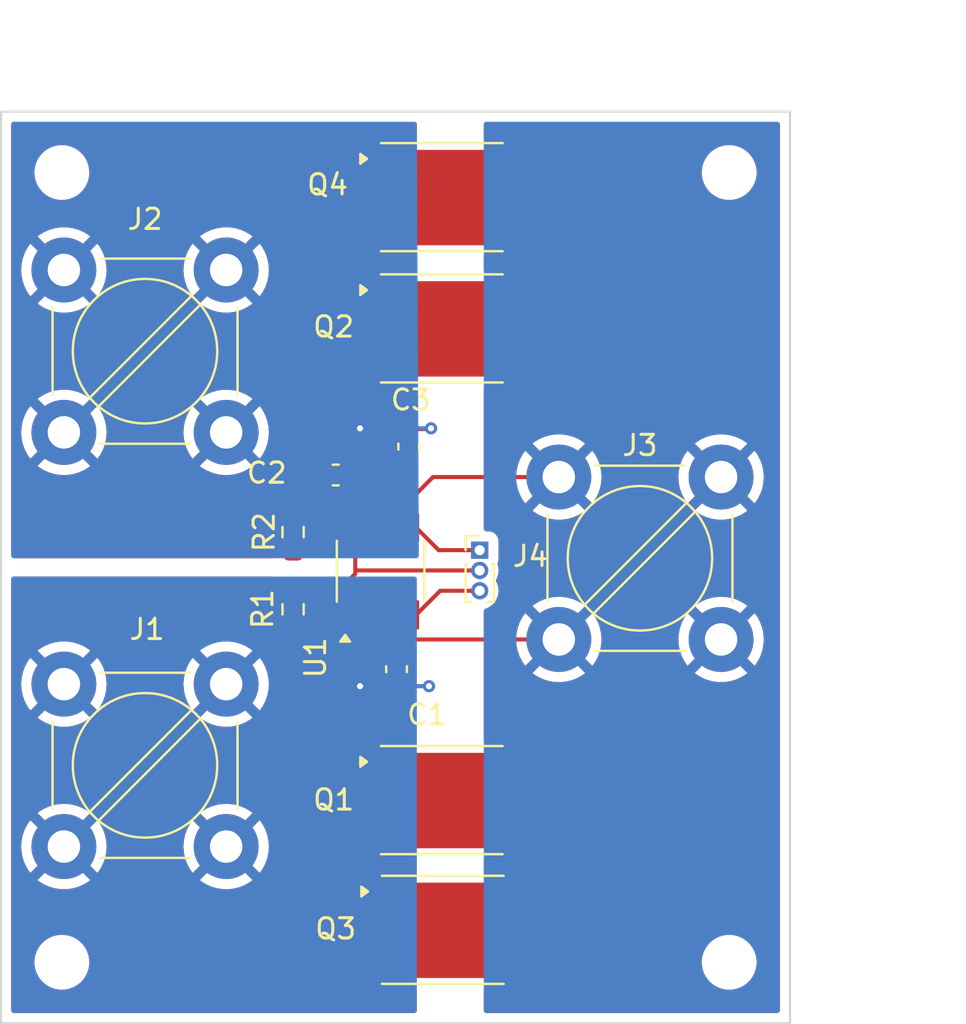
<source format=kicad_pcb>
(kicad_pcb (version 20240108) (generator "pcbnew") (generator_version "8.0")
  (layers (0 "F.Cu" signal) (31 "B.Cu" signal) (34 "B.Paste" user) (35 "F.Paste" user) (36 "B.SilkS" user "B.Silkscreen") (37 "F.SilkS" user "F.Silkscreen") (38 "B.Mask" user) (39 "F.Mask" user) (44 "Edge.Cuts" user))
  (net 0 "")
  (net 1 "Net-(Q1-G)")
  (net 2 "+12B")
  (net 3 "+12A")
  (net 4 "Net-(Q2-G)")
  (net 5 "Net-(U1-VCC)")
  (net 6 "Net-(U1-CPO2)")
  (net 7 "Net-(U1-CPO1)")
  (net 8 "Net-(U1-~{EN2})")
  (net 9 "GND")
  (net 11 "Net-(U1-~{EN1})")
  (net 13 "Net-(J4-Pin_1)")
  (net 14 "+12V")
  (net 15 "Net-(J4-Pin_3)")
  (footprint "TerminalBlock_MetzConnect:TerminalBlock_MetzConnect_360425_1x01_Horizontal_ScrewM4.0_Boxed" (layer "F.Cu") (at 117.1 89)
    (property "Reference" "J1" (at 4.1 -2.7 0) (layer "F.SilkS"))
    (property "Value" "PWR A")
    (fp_line (start -0.56 1.855) (end -0.56 6.145) (stroke (width 0.12)) (layer "F.SilkS"))
    (fp_line (start 1.796 -0.56) (end 6.204 -0.56) (stroke (width 0.12)) (layer "F.SilkS"))
    (fp_line (start 1.796 8.56) (end 6.204 8.56) (stroke (width 0.12)) (layer "F.SilkS"))
    (fp_line (start 6.266 1.3) (end 1.299 6.266) (stroke (width 0.12)) (layer "F.SilkS"))
    (fp_line (start 6.7 1.734) (end 1.734 6.7) (stroke (width 0.12)) (layer "F.SilkS"))
    (fp_line (start 8.56 1.855) (end 8.56 6.145) (stroke (width 0.12)) (layer "F.SilkS"))
    (fp_circle (center 4 4) (end 7.56 4) (stroke (width 0.12)) (fill none) (layer "F.SilkS"))
    (pad "1" thru_hole circle (at 0 0) (size 3.2 3.2) (drill 1.6) (layers "*.Cu" "*.Mask") (net 3 "+12A"))
    (pad "1" thru_hole circle (at 0 8) (size 3.2 3.2) (drill 1.6) (layers "*.Cu" "*.Mask") (net 3 "+12A"))
    (pad "1" thru_hole circle (at 8 0) (size 3.2 3.2) (drill 1.6) (layers "*.Cu" "*.Mask") (net 3 "+12A"))
    (pad "1" thru_hole circle (at 8 8) (size 3.2 3.2) (drill 1.6) (layers "*.Cu" "*.Mask") (net 3 "+12A"))
  )
  (footprint "Package_SON:Infineon_PG-TDSON-8_6.15x5.15mm" (layer "F.Cu") (at 135.725 65.035)
    (property "Reference" "Q4" (at -5.625 -0.635 0) (layer "F.SilkS"))
    (property "Value" "BSC030N02LS_G" (hide yes))
    (fp_line (start 3.005 -2.685) (end -2.995 -2.685) (stroke (width 0.12)) (layer "F.SilkS"))
    (fp_line (start 3.005 2.64) (end -2.995 2.64) (stroke (width 0.12)) (layer "F.SilkS"))
    (fp_poly (pts (xy -3.681827 -1.91) (xy -4.011827 -1.67) (xy -4.011827 -2.15) (xy -3.681827 -1.91)) (stroke (width 0.12)) (fill solid) (layer "F.SilkS"))
    (pad "1" smd roundrect (at -2.825 -1.905) (size 1.2 0.65) (layers "F.Cu" "F.Paste" "F.Mask") (net 2 "+12B"))
    (pad "2" smd roundrect (at -2.825 -0.635) (size 1.2 0.65) (layers "F.Cu" "F.Paste" "F.Mask") (net 2 "+12B"))
    (pad "3" smd roundrect (at -2.825 0.635) (size 1.2 0.65) (layers "F.Cu" "F.Paste" "F.Mask") (net 2 "+12B"))
    (pad "4" smd roundrect (at -2.825 1.905) (size 1.2 0.65) (layers "F.Cu" "F.Paste" "F.Mask") (net 4 "Net-(Q2-G)"))
    (pad "5" smd rect (at 0.675 0) (size 4.5 4.7) (layers "F.Cu" "F.Mask") (net 14 "+12V"))
    (pad "5" smd roundrect (at 2.925 -1.995) (size 1 0.7) (layers "F.Cu" "F.Paste" "F.Mask") (net 14 "+12V"))
    (pad "5" smd roundrect (at 2.925 -0.665) (size 1 0.7) (layers "F.Cu" "F.Paste" "F.Mask") (net 14 "+12V"))
    (pad "5" smd roundrect (at 2.925 0.665) (size 1 0.7) (layers "F.Cu" "F.Paste" "F.Mask") (net 14 "+12V"))
    (pad "5" smd roundrect (at 2.925 1.995) (size 1 0.7) (layers "F.Cu" "F.Paste" "F.Mask") (net 14 "+12V"))
  )
  (footprint "MountingHole:MountingHole_2.2mm_M2" (layer "F.Cu") (at 149.9 63.8)
    (property "Reference" "H3" (hide yes))
    (property "Value" "MountingHole" (hide yes))
    (pad "" np_thru_hole circle (at 0 0) (size 2.2 2.2) (drill 2.2) (layers "*.Cu" "*.Mask"))
  )
  (footprint "Package_SON:Infineon_PG-TDSON-8_6.15x5.15mm" (layer "F.Cu") (at 135.775 101.125)
    (property "Reference" "Q3" (at -5.275 -0.075 0) (layer "F.SilkS"))
    (property "Value" "BSC030N03LS_G" (hide yes))
    (fp_line (start 3.005 -2.685) (end -2.995 -2.685) (stroke (width 0.12)) (layer "F.SilkS"))
    (fp_line (start 3.005 2.64) (end -2.995 2.64) (stroke (width 0.12)) (layer "F.SilkS"))
    (fp_poly (pts (xy -3.681827 -1.91) (xy -4.011827 -1.67) (xy -4.011827 -2.15) (xy -3.681827 -1.91)) (stroke (width 0.12)) (fill solid) (layer "F.SilkS"))
    (pad "1" smd roundrect (at -2.825 -1.905) (size 1.2 0.65) (layers "F.Cu" "F.Paste" "F.Mask") (net 3 "+12A"))
    (pad "2" smd roundrect (at -2.825 -0.635) (size 1.2 0.65) (layers "F.Cu" "F.Paste" "F.Mask") (net 3 "+12A"))
    (pad "3" smd roundrect (at -2.825 0.635) (size 1.2 0.65) (layers "F.Cu" "F.Paste" "F.Mask") (net 3 "+12A"))
    (pad "4" smd roundrect (at -2.825 1.905) (size 1.2 0.65) (layers "F.Cu" "F.Paste" "F.Mask") (net 1 "Net-(Q1-G)"))
    (pad "5" smd rect (at 0.675 0) (size 4.5 4.7) (layers "F.Cu" "F.Mask") (net 14 "+12V"))
    (pad "5" smd roundrect (at 2.925 -1.995) (size 1 0.7) (layers "F.Cu" "F.Paste" "F.Mask") (net 14 "+12V"))
    (pad "5" smd roundrect (at 2.925 -0.665) (size 1 0.7) (layers "F.Cu" "F.Paste" "F.Mask") (net 14 "+12V"))
    (pad "5" smd roundrect (at 2.925 0.665) (size 1 0.7) (layers "F.Cu" "F.Paste" "F.Mask") (net 14 "+12V"))
    (pad "5" smd roundrect (at 2.925 1.995) (size 1 0.7) (layers "F.Cu" "F.Paste" "F.Mask") (net 14 "+12V"))
  )
  (footprint "Capacitor_SMD:C_0603_1608Metric_Pad1.08x0.95mm_HandSolder" (layer "F.Cu") (at 130.5 78.7 180)
    (property "Reference" "C2" (at 3.4 0.1 180) (layer "F.SilkS"))
    (property "Value" "0.1uF")
    (fp_line (start -0.146267 0.51) (end 0.146267 0.51) (stroke (width 0.12)) (layer "F.SilkS"))
    (fp_line (start -0.146267 -0.51) (end 0.146267 -0.51) (stroke (width 0.12)) (layer "F.SilkS"))
    (pad "1" smd roundrect (at -0.8625 0 180) (size 1.075 0.95) (layers "F.Cu" "F.Paste" "F.Mask") (net 5 "Net-(U1-VCC)"))
    (pad "2" smd roundrect (at 0.8625 0 180) (size 1.075 0.95) (layers "F.Cu" "F.Paste" "F.Mask") (net 9 "GND"))
  )
  (footprint "Capacitor_SMD:C_0603_1608Metric_Pad1.08x0.95mm_HandSolder" (layer "F.Cu") (at 134.1 77.3 90)
    (property "Reference" "C3" (at 2.3 0.1 0) (layer "F.SilkS"))
    (property "Value" "18nF")
    (fp_line (start -0.146267 -0.51) (end 0.146267 -0.51) (stroke (width 0.12)) (layer "F.SilkS"))
    (fp_line (start -0.146267 0.51) (end 0.146267 0.51) (stroke (width 0.12)) (layer "F.SilkS"))
    (pad "1" smd roundrect (at -0.8625 0 90) (size 1.075 0.95) (layers "F.Cu" "F.Paste" "F.Mask") (net 7 "Net-(U1-CPO1)"))
    (pad "2" smd roundrect (at 0.8625 0 90) (size 1.075 0.95) (layers "F.Cu" "F.Paste" "F.Mask") (net 2 "+12B"))
  )
  (footprint "MountingHole:MountingHole_2.2mm_M2" (layer "F.Cu") (at 117 102.7)
    (property "Reference" "H2" (hide yes))
    (property "Value" "MountingHole" (hide yes))
    (pad "" np_thru_hole circle (at 0 0) (size 2.2 2.2) (drill 2.2) (layers "*.Cu" "*.Mask"))
  )
  (footprint "Package_SON:Infineon_PG-TDSON-8_6.15x5.15mm" (layer "F.Cu") (at 135.725 71.501)
    (property "Reference" "Q2" (at -5.325 -0.101 0) (layer "F.SilkS"))
    (property "Value" "BSC030N03LS_G")
    (fp_line (start 3.005 -2.685) (end -2.995 -2.685) (stroke (width 0.12)) (layer "F.SilkS"))
    (fp_line (start 3.005 2.64) (end -2.995 2.64) (stroke (width 0.12)) (layer "F.SilkS"))
    (fp_poly (pts (xy -3.681827 -1.91) (xy -4.011827 -1.67) (xy -4.011827 -2.15) (xy -3.681827 -1.91)) (stroke (width 0.12)) (fill solid) (layer "F.SilkS"))
    (pad "1" smd roundrect (at -2.825 -1.905) (size 1.2 0.65) (layers "F.Cu" "F.Paste" "F.Mask") (net 2 "+12B"))
    (pad "2" smd roundrect (at -2.825 -0.635) (size 1.2 0.65) (layers "F.Cu" "F.Paste" "F.Mask") (net 2 "+12B"))
    (pad "3" smd roundrect (at -2.825 0.635) (size 1.2 0.65) (layers "F.Cu" "F.Paste" "F.Mask") (net 2 "+12B"))
    (pad "4" smd roundrect (at -2.825 1.905) (size 1.2 0.65) (layers "F.Cu" "F.Paste" "F.Mask") (net 4 "Net-(Q2-G)"))
    (pad "5" smd rect (at 0.675 0) (size 4.5 4.7) (layers "F.Cu" "F.Mask") (net 14 "+12V"))
    (pad "5" smd roundrect (at 2.925 -1.995) (size 1 0.7) (layers "F.Cu" "F.Paste" "F.Mask") (net 14 "+12V"))
    (pad "5" smd roundrect (at 2.925 -0.665) (size 1 0.7) (layers "F.Cu" "F.Paste" "F.Mask") (net 14 "+12V"))
    (pad "5" smd roundrect (at 2.925 0.665) (size 1 0.7) (layers "F.Cu" "F.Paste" "F.Mask") (net 14 "+12V"))
    (pad "5" smd roundrect (at 2.925 1.995) (size 1 0.7) (layers "F.Cu" "F.Paste" "F.Mask") (net 14 "+12V"))
  )
  (footprint "Connector_PinHeader_1.00mm:PinHeader_1x03_P1.00mm_Vertical" (layer "F.Cu") (at 137.6 82.4)
    (property "Reference" "J4" (at 2.5 0.3 0) (layer "F.SilkS"))
    (property "Value" "Conn_01x03_Pin" (hide yes))
    (fp_line (start -0.695 -0.685) (end 0 -0.685) (stroke (width 0.12)) (layer "F.SilkS"))
    (fp_line (start -0.695 0) (end -0.695 -0.685) (stroke (width 0.12)) (layer "F.SilkS"))
    (fp_line (start -0.695 0.685) (end -0.695 2.56) (stroke (width 0.12)) (layer "F.SilkS"))
    (fp_line (start -0.695 0.685) (end -0.608276 0.685) (stroke (width 0.12)) (layer "F.SilkS"))
    (fp_line (start -0.695 2.56) (end -0.394493 2.56) (stroke (width 0.12)) (layer "F.SilkS"))
    (fp_line (start 0.394493 2.56) (end 0.695 2.56) (stroke (width 0.12)) (layer "F.SilkS"))
    (fp_line (start 0.608276 0.685) (end 0.695 0.685) (stroke (width 0.12)) (layer "F.SilkS"))
    (fp_line (start 0.695 0.685) (end 0.695 2.56) (stroke (width 0.12)) (layer "F.SilkS"))
    (pad "1" thru_hole rect (at 0 0) (size 0.85 0.85) (drill 0.5) (layers "*.Cu" "*.Mask") (net 13 "Net-(J4-Pin_1)"))
    (pad "2" thru_hole oval (at 0 1) (size 0.85 0.85) (drill 0.5) (layers "*.Cu" "*.Mask") (net 9 "GND"))
    (pad "3" thru_hole oval (at 0 2) (size 0.85 0.85) (drill 0.5) (layers "*.Cu" "*.Mask") (net 15 "Net-(J4-Pin_3)"))
  )
  (footprint "Capacitor_SMD:C_0603_1608Metric_Pad1.08x0.95mm_HandSolder" (layer "F.Cu") (at 133.5 88.2625 -90)
    (property "Reference" "C1" (at 2.2375 -1.5 180) (layer "F.SilkS"))
    (property "Value" "18nF")
    (fp_line (start -0.146267 0.51) (end 0.146267 0.51) (stroke (width 0.12)) (layer "F.SilkS"))
    (fp_line (start -0.146267 -0.51) (end 0.146267 -0.51) (stroke (width 0.12)) (layer "F.SilkS"))
    (pad "1" smd roundrect (at -0.8625 0 270) (size 1.075 0.95) (layers "F.Cu" "F.Paste" "F.Mask") (net 6 "Net-(U1-CPO2)"))
    (pad "2" smd roundrect (at 0.8625 0 270) (size 1.075 0.95) (layers "F.Cu" "F.Paste" "F.Mask") (net 3 "+12A"))
  )
  (footprint "Resistor_SMD:R_0603_1608Metric_Pad0.98x0.95mm_HandSolder" (layer "F.Cu") (at 128.4 81.5125 90)
    (property "Reference" "R2" (at 0 -1.43 -90) (layer "F.SilkS"))
    (property "Value" "10K")
    (fp_line (start -0.254724 -0.5225) (end 0.254724 -0.5225) (stroke (width 0.12)) (layer "F.SilkS"))
    (fp_line (start -0.254724 0.5225) (end 0.254724 0.5225) (stroke (width 0.12)) (layer "F.SilkS"))
    (pad "1" smd roundrect (at -0.9125 0 90) (size 0.975 0.95) (layers "F.Cu" "F.Paste" "F.Mask") (net 9 "GND"))
    (pad "2" smd roundrect (at 0.9125 0 90) (size 0.975 0.95) (layers "F.Cu" "F.Paste" "F.Mask") (net 11 "Net-(U1-~{EN1})"))
  )
  (footprint "Resistor_SMD:R_0603_1608Metric_Pad0.98x0.95mm_HandSolder" (layer "F.Cu") (at 128.4 85.3125 -90)
    (property "Reference" "R1" (at -0.0125 1.5 90) (layer "F.SilkS"))
    (property "Value" "10K")
    (fp_line (start -0.254724 0.5225) (end 0.254724 0.5225) (stroke (width 0.12)) (layer "F.SilkS"))
    (fp_line (start -0.254724 -0.5225) (end 0.254724 -0.5225) (stroke (width 0.12)) (layer "F.SilkS"))
    (pad "1" smd roundrect (at -0.9125 0 270) (size 0.975 0.95) (layers "F.Cu" "F.Paste" "F.Mask") (net 9 "GND"))
    (pad "2" smd roundrect (at 0.9125 0 270) (size 0.975 0.95) (layers "F.Cu" "F.Paste" "F.Mask") (net 8 "Net-(U1-~{EN2})"))
  )
  (footprint "TerminalBlock_MetzConnect:TerminalBlock_MetzConnect_360425_1x01_Horizontal_ScrewM4.0_Boxed" (layer "F.Cu") (at 141.5 78.8)
    (property "Reference" "J3" (at 4 -1.56 0) (layer "F.SilkS"))
    (property "Value" "PWR OUT")
    (fp_line (start -0.56 1.855) (end -0.56 6.145) (stroke (width 0.12)) (layer "F.SilkS"))
    (fp_line (start 1.796 -0.56) (end 6.204 -0.56) (stroke (width 0.12)) (layer "F.SilkS"))
    (fp_line (start 1.796 8.56) (end 6.204 8.56) (stroke (width 0.12)) (layer "F.SilkS"))
    (fp_line (start 6.266 1.3) (end 1.299 6.266) (stroke (width 0.12)) (layer "F.SilkS"))
    (fp_line (start 6.7 1.734) (end 1.734 6.7) (stroke (width 0.12)) (layer "F.SilkS"))
    (fp_line (start 8.56 1.855) (end 8.56 6.145) (stroke (width 0.12)) (layer "F.SilkS"))
    (fp_circle (center 4 4) (end 7.56 4) (stroke (width 0.12)) (fill none) (layer "F.SilkS"))
    (pad "1" thru_hole circle (at 0 0) (size 3.2 3.2) (drill 1.6) (layers "*.Cu" "*.Mask") (net 14 "+12V"))
    (pad "1" thru_hole circle (at 0 8) (size 3.2 3.2) (drill 1.6) (layers "*.Cu" "*.Mask") (net 14 "+12V"))
    (pad "1" thru_hole circle (at 8 0) (size 3.2 3.2) (drill 1.6) (layers "*.Cu" "*.Mask") (net 14 "+12V"))
    (pad "1" thru_hole circle (at 8 8) (size 3.2 3.2) (drill 1.6) (layers "*.Cu" "*.Mask") (net 14 "+12V"))
  )
  (footprint "TerminalBlock_MetzConnect:TerminalBlock_MetzConnect_360425_1x01_Horizontal_ScrewM4.0_Boxed" (layer "F.Cu") (at 117.1 68.6)
    (property "Reference" "J2" (at 4 -2.5 0) (layer "F.SilkS"))
    (property "Value" "PWR B")
    (fp_line (start -0.56 1.855) (end -0.56 6.145) (stroke (width 0.12)) (layer "F.SilkS"))
    (fp_line (start 1.796 -0.56) (end 6.204 -0.56) (stroke (width 0.12)) (layer "F.SilkS"))
    (fp_line (start 1.796 8.56) (end 6.204 8.56) (stroke (width 0.12)) (layer "F.SilkS"))
    (fp_line (start 6.266 1.3) (end 1.299 6.266) (stroke (width 0.12)) (layer "F.SilkS"))
    (fp_line (start 6.7 1.734) (end 1.734 6.7) (stroke (width 0.12)) (layer "F.SilkS"))
    (fp_line (start 8.56 1.855) (end 8.56 6.145) (stroke (width 0.12)) (layer "F.SilkS"))
    (fp_circle (center 4 4) (end 7.56 4) (stroke (width 0.12)) (fill none) (layer "F.SilkS"))
    (pad "1" thru_hole circle (at 0 0) (size 3.2 3.2) (drill 1.6) (layers "*.Cu" "*.Mask") (net 2 "+12B"))
    (pad "1" thru_hole circle (at 0 8) (size 3.2 3.2) (drill 1.6) (layers "*.Cu" "*.Mask") (net 2 "+12B"))
    (pad "1" thru_hole circle (at 8 0) (size 3.2 3.2) (drill 1.6) (layers "*.Cu" "*.Mask") (net 2 "+12B"))
    (pad "1" thru_hole circle (at 8 8) (size 3.2 3.2) (drill 1.6) (layers "*.Cu" "*.Mask") (net 2 "+12B"))
  )
  (footprint "Package_SO:MSOP-16_3x4mm_P0.5mm" (layer "F.Cu") (at 132.715 83.439 90)
    (property "Reference" "U1" (at -4.261 -3.215 -90) (layer "F.SilkS"))
    (property "Value" "LTC4353IMS")
    (fp_line (start 0 -2.16) (end 1.5 -2.16) (stroke (width 0.12)) (layer "F.SilkS"))
    (fp_line (start 0 -2.16) (end -1.5 -2.16) (stroke (width 0.12)) (layer "F.SilkS"))
    (fp_line (start 0 2.16) (end 1.5 2.16) (stroke (width 0.12)) (layer "F.SilkS"))
    (fp_line (start 0 2.16) (end -1.5 2.16) (stroke (width 0.12)) (layer "F.SilkS"))
    (fp_poly (pts (xy -3.135 -1.75) (xy -3.465 -1.99) (xy -3.465 -1.51) (xy -3.135 -1.75)) (stroke (width 0.12)) (fill solid) (layer "F.SilkS"))
    (pad "1" smd roundrect (at -2.15 -1.75 90) (size 1.45 0.3) (layers "F.Cu" "F.Paste" "F.Mask") (net 8 "Net-(U1-~{EN2})"))
    (pad "2" smd roundrect (at -2.15 -1.25 90) (size 1.45 0.3) (layers "F.Cu" "F.Paste" "F.Mask"))
    (pad "3" smd roundrect (at -2.15 -0.75 90) (size 1.45 0.3) (layers "F.Cu" "F.Paste" "F.Mask"))
    (pad "4" smd roundrect (at -2.15 -0.25 90) (size 1.45 0.3) (layers "F.Cu" "F.Paste" "F.Mask") (net 3 "+12A"))
    (pad "5" smd roundrect (at -2.15 0.25 90) (size 1.45 0.3) (layers "F.Cu" "F.Paste" "F.Mask") (net 1 "Net-(Q1-G)"))
    (pad "6" smd roundrect (at -2.15 0.75 90) (size 1.45 0.3) (layers "F.Cu" "F.Paste" "F.Mask") (net 6 "Net-(U1-CPO2)"))
    (pad "7" smd roundrect (at -2.15 1.25 90) (size 1.45 0.3) (layers "F.Cu" "F.Paste" "F.Mask") (net 14 "+12V"))
    (pad "8" smd roundrect (at -2.15 1.75 90) (size 1.45 0.3) (layers "F.Cu" "F.Paste" "F.Mask") (net 15 "Net-(J4-Pin_3)"))
    (pad "9" smd roundrect (at 2.15 1.75 90) (size 1.45 0.3) (layers "F.Cu" "F.Paste" "F.Mask") (net 13 "Net-(J4-Pin_1)"))
    (pad "10" smd roundrect (at 2.15 1.25 90) (size 1.45 0.3) (layers "F.Cu" "F.Paste" "F.Mask") (net 14 "+12V"))
    (pad "11" smd roundrect (at 2.15 0.75 90) (size 1.45 0.3) (layers "F.Cu" "F.Paste" "F.Mask") (net 7 "Net-(U1-CPO1)"))
    (pad "12" smd roundrect (at 2.15 0.25 90) (size 1.45 0.3) (layers "F.Cu" "F.Paste" "F.Mask") (net 4 "Net-(Q2-G)"))
    (pad "13" smd roundrect (at 2.15 -0.25 90) (size 1.45 0.3) (layers "F.Cu" "F.Paste" "F.Mask") (net 2 "+12B"))
    (pad "14" smd roundrect (at 2.15 -0.75 90) (size 1.45 0.3) (layers "F.Cu" "F.Paste" "F.Mask") (net 5 "Net-(U1-VCC)"))
    (pad "15" smd roundrect (at 2.15 -1.25 90) (size 1.45 0.3) (layers "F.Cu" "F.Paste" "F.Mask") (net 9 "GND"))
    (pad "16" smd roundrect (at 2.15 -1.75 90) (size 1.45 0.3) (layers "F.Cu" "F.Paste" "F.Mask") (net 11 "Net-(U1-~{EN1})"))
  )
  (footprint "MountingHole:MountingHole_2.2mm_M2" (layer "F.Cu") (at 149.9 102.7)
    (property "Reference" "H4" (hide yes))
    (property "Value" "MountingHole" (hide yes))
    (pad "" np_thru_hole circle (at 0 0) (size 2.2 2.2) (drill 2.2) (layers "*.Cu" "*.Mask"))
  )
  (footprint "Package_SON:Infineon_PG-TDSON-8_6.15x5.15mm" (layer "F.Cu") (at 135.725 94.735)
    (property "Reference" "Q1" (at -5.325 -0.035 0) (layer "F.SilkS"))
    (property "Value" "BSC030N03LS_G")
    (fp_line (start 3.005 -2.685) (end -2.995 -2.685) (stroke (width 0.12)) (layer "F.SilkS"))
    (fp_line (start 3.005 2.64) (end -2.995 2.64) (stroke (width 0.12)) (layer "F.SilkS"))
    (fp_poly (pts (xy -3.681827 -1.91) (xy -4.011827 -1.67) (xy -4.011827 -2.15) (xy -3.681827 -1.91)) (stroke (width 0.12)) (fill solid) (layer "F.SilkS"))
    (pad "1" smd roundrect (at -2.825 -1.905) (size 1.2 0.65) (layers "F.Cu" "F.Paste" "F.Mask") (net 3 "+12A"))
    (pad "2" smd roundrect (at -2.825 -0.635) (size 1.2 0.65) (layers "F.Cu" "F.Paste" "F.Mask") (net 3 "+12A"))
    (pad "3" smd roundrect (at -2.825 0.635) (size 1.2 0.65) (layers "F.Cu" "F.Paste" "F.Mask") (net 3 "+12A"))
    (pad "4" smd roundrect (at -2.825 1.905) (size 1.2 0.65) (layers "F.Cu" "F.Paste" "F.Mask") (net 1 "Net-(Q1-G)"))
    (pad "5" smd rect (at 0.675 0) (size 4.5 4.7) (layers "F.Cu" "F.Mask") (net 14 "+12V"))
    (pad "5" smd roundrect (at 2.925 -1.995) (size 1 0.7) (layers "F.Cu" "F.Paste" "F.Mask") (net 14 "+12V"))
    (pad "5" smd roundrect (at 2.925 -0.665) (size 1 0.7) (layers "F.Cu" "F.Paste" "F.Mask") (net 14 "+12V"))
    (pad "5" smd roundrect (at 2.925 0.665) (size 1 0.7) (layers "F.Cu" "F.Paste" "F.Mask") (net 14 "+12V"))
    (pad "5" smd roundrect (at 2.925 1.995) (size 1 0.7) (layers "F.Cu" "F.Paste" "F.Mask") (net 14 "+12V"))
  )
  (footprint "MountingHole:MountingHole_2.2mm_M2" (layer "F.Cu") (at 117 63.8)
    (property "Reference" "H1" (hide yes))
    (property "Value" "MountingHole" (hide yes))
    (pad "" np_thru_hole circle (at 0 0) (size 2.2 2.2) (drill 2.2) (layers "*.Cu" "*.Mask"))
  )
  (gr_rect (start 114 60.8) (end 152.9 105.7) (stroke (width 0.1)) (fill none) (layer "Edge.Cuts"))
  (segment (start 133.8 95.74) (end 132.9 96.64) (width 0.2) (layer "F.Cu") (net 1))
  (segment (start 133.85 97.59) (end 133.85 102.13) (width 0.2) (layer "F.Cu") (net 1))
  (segment (start 133.8 91.2) (end 133.8 95.74) (width 0.2) (layer "F.Cu") (net 1))
  (segment (start 133.85 102.13) (end 132.95 103.03) (width 0.2) (layer "F.Cu") (net 1))
  (segment (start 132.725 86.870778) (end 132.725 90.125) (width 0.2) (layer "F.Cu") (net 1))
  (segment (start 132.9 96.64) (end 133.85 97.59) (width 0.2) (layer "F.Cu") (net 1))
  (segment (start 132.965 86.630778) (end 132.725 86.870778) (width 0.2) (layer "F.Cu") (net 1))
  (segment (start 132.725 90.125) (end 133.8 91.2) (width 0.2) (layer "F.Cu") (net 1))
  (segment (start 132.965 85.589) (end 132.965 86.630778) (width 0.2) (layer "F.Cu") (net 1))
  (segment (start 131.4 69.6) (end 131.4 65.7) (width 0.2) (layer "F.Cu") (net 2))
  (segment (start 131.7 76.4) (end 132.465 76.4) (width 0.2) (layer "F.Cu") (net 2))
  (segment (start 135.1 76.4) (end 135.2 76.4) (width 0.2) (layer "F.Cu") (net 2))
  (segment (start 135.0625 76.4375) (end 135.1 76.4) (width 0.2) (layer "F.Cu") (net 2))
  (segment (start 132.465 74.229576) (end 132 73.764576) (width 0.2) (layer "F.Cu") (net 2))
  (segment (start 131.43 65.67) (end 132.9 65.67) (width 0.2) (layer "F.Cu") (net 2))
  (segment (start 132 73.036) (end 132.9 72.136) (width 0.2) (layer "F.Cu") (net 2))
  (segment (start 132.465 76.4) (end 132.465 74.229576) (width 0.2) (layer "F.Cu") (net 2))
  (segment (start 134.1 76.4375) (end 135.0625 76.4375) (width 0.2) (layer "F.Cu") (net 2))
  (segment (start 132.465 81.289) (end 132.465 76.4) (width 0.2) (layer "F.Cu") (net 2))
  (segment (start 131.4 65.7) (end 131.43 65.67) (width 0.2) (layer "F.Cu") (net 2))
  (segment (start 132 73.764576) (end 132 73.036) (width 0.2) (layer "F.Cu") (net 2))
  (segment (start 135.2 76.4) (end 135.2 76.3) (width 0.2) (layer "F.Cu") (net 2))
  (segment (start 132.896 69.6) (end 131.4 69.6) (width 0.2) (layer "F.Cu") (net 2))
  (segment (start 135.2 76.3) (end 135.1 76.4) (width 0.2) (layer "F.Cu") (net 2))
  (via (at 135.2 76.4) (size 0.6) (drill 0.3) (layers "F.Cu" "B.Cu") (net 2))
  (via (at 131.7 76.4) (size 0.6) (drill 0.3) (layers "F.Cu" "B.Cu") (net 2))
  (segment (start 135.2 76.4) (end 131.7 76.4) (width 0.2) (layer "B.Cu") (net 2))
  (segment (start 131.7 87.330092) (end 131.7 89.1) (width 0.2) (layer "F.Cu") (net 3))
  (segment (start 132.465 86.565092) (end 131.7 87.330092) (width 0.2) (layer "F.Cu") (net 3))
  (segment (start 131.7 89.1) (end 131.7 91.63) (width 0.2) (layer "F.Cu") (net 3))
  (segment (start 131.7 91.63) (end 132.9 92.83) (width 0.2) (layer "F.Cu") (net 3))
  (segment (start 135.1 89.1) (end 133.525 89.1) (width 0.2) (layer "F.Cu") (net 3))
  (segment (start 132.465 85.589) (end 132.465 86.565092) (width 0.2) (layer "F.Cu") (net 3))
  (via (at 131.7 89.1) (size 0.6) (drill 0.3) (layers "F.Cu" "B.Cu") (net 3))
  (via (at 135.1 89.1) (size 0.6) (drill 0.3) (layers "F.Cu" "B.Cu") (net 3))
  (segment (start 131.7 89.1) (end 135.1 89.1) (width 0.2) (layer "B.Cu") (net 3))
  (segment (start 132.9 66.94) (end 133.8 67.84) (width 0.2) (layer "F.Cu") (net 4))
  (segment (start 132.965 73.471) (end 132.965 81.289) (width 0.2) (layer "F.Cu") (net 4))
  (segment (start 133.8 67.84) (end 133.8 72.506) (width 0.2) (layer "F.Cu") (net 4))
  (segment (start 133.8 72.506) (end 132.9 73.406) (width 0.2) (layer "F.Cu") (net 4))
  (segment (start 131.965 81.289) (end 131.965 79.3025) (width 0.2) (layer "F.Cu") (net 5))
  (segment (start 131.965 79.3025) (end 131.3625 78.7) (width 0.2) (layer "F.Cu") (net 5))
  (segment (start 133.465 85.589) (end 133.465 87.365) (width 0.2) (layer "F.Cu") (net 6))
  (segment (start 133.465 78.7975) (end 134.1 78.1625) (width 0.2) (layer "F.Cu") (net 7))
  (segment (start 133.465 81.289) (end 133.465 78.7975) (width 0.2) (layer "F.Cu") (net 7))
  (segment (start 130.329 86.225) (end 130.965 85.589) (width 0.2) (layer "F.Cu") (net 8))
  (segment (start 128.4 86.225) (end 130.329 86.225) (width 0.2) (layer "F.Cu") (net 8))
  (segment (start 131.465 82.04641) (end 131.465 81.289) (width 0.2) (layer "F.Cu") (net 9))
  (segment (start 137.6 83.4) (end 131.565 83.4) (width 0.2) (layer "F.Cu") (net 9))
  (segment (start 131.465 80.53159) (end 131.465 81.289) (width 0.2) (layer "F.Cu") (net 9))
  (segment (start 130.63 84.4) (end 128.4 84.4) (width 0.2) (layer "F.Cu") (net 9))
  (segment (start 131.465 83.565) (end 131.465 83.3) (width 0.2) (layer "F.Cu") (net 9))
  (segment (start 131.565 83.4) (end 131.465 83.3) (width 0.2) (layer "F.Cu") (net 9))
  (segment (start 131.465 83.565) (end 130.63 84.4) (width 0.2) (layer "F.Cu") (net 9))
  (segment (start 131.465 83.3) (end 131.465 81.289) (width 0.2) (layer "F.Cu") (net 9))
  (segment (start 131.08641 82.425) (end 131.465 82.04641) (width 0.2) (layer "F.Cu") (net 9))
  (segment (start 128.4 82.425) (end 131.08641 82.425) (width 0.2) (layer "F.Cu") (net 9))
  (segment (start 129.6375 78.70409) (end 131.465 80.53159) (width 0.2) (layer "F.Cu") (net 9))
  (segment (start 130.965 81.289) (end 130.276 80.6) (width 0.2) (layer "F.Cu") (net 11))
  (segment (start 130.276 80.6) (end 128.4 80.6) (width 0.2) (layer "F.Cu") (net 11))
  (segment (start 134.465 81.289) (end 135.576 82.4) (width 0.2) (layer "F.Cu") (net 13))
  (segment (start 135.576 82.4) (end 137.6 82.4) (width 0.2) (layer "F.Cu") (net 13))
  (segment (start 134.41859 86.8) (end 141.5 86.8) (width 0.2) (layer "F.Cu") (net 14))
  (segment (start 141.5 78.8) (end 135.3 78.8) (width 0.2) (layer "F.Cu") (net 14))
  (segment (start 135.3 78.8) (end 133.965 80.135) (width 0.2) (layer "F.Cu") (net 14))
  (segment (start 133.965 86.34641) (end 134.41859 86.8) (width 0.2) (layer "F.Cu") (net 14))
  (segment (start 133.965 85.589) (end 133.965 86.34641) (width 0.2) (layer "F.Cu") (net 14))
  (segment (start 133.965 80.135) (end 133.965 81.289) (width 0.2) (layer "F.Cu") (net 14))
  (segment (start 137.6 84.4) (end 135.654 84.4) (width 0.2) (layer "F.Cu") (net 15))
  (segment (start 135.654 84.4) (end 134.465 85.589) (width 0.2) (layer "F.Cu") (net 15))
  (zone (net 14) (net_name "+12V") (layer "F.Cu") (priority 1) (connect_pads (clearance 0.5)) (min_thickness 0.25) (fill yes (thermal_gap 0.5) (thermal_bridge_width 0.5))
    (polygon (pts (xy 137.8 60.9) (xy 152.8 60.9) (xy 152.8 105.6) (xy 137.8 105.6)))
  )
  (zone (net 2) (net_name "+12B") (layer "F.Cu") (connect_pads (clearance 0.5)) (min_thickness 0.25) (fill yes (thermal_gap 0.5) (thermal_bridge_width 0.5))
    (polygon (pts (xy 114.1 60.9) (xy 114.1 82.8) (xy 134.5 82.8) (xy 134.5 61)))
  )
  (zone (net 3) (net_name "+12A") (layer "F.Cu") (priority 2) (connect_pads (clearance 0.5)) (min_thickness 0.25) (fill yes (thermal_gap 0.5) (thermal_bridge_width 0.5))
    (polygon (pts (xy 114.1 83.7) (xy 134.5 83.7) (xy 134.5 105.6) (xy 114.1 105.6)))
  )
  (zone (net 14) (net_name "+12V") (layer "B.Cu") (priority 4) (connect_pads (clearance 0.5)) (min_thickness 0.25) (fill yes (thermal_gap 0.5) (thermal_bridge_width 0.5))
    (polygon (pts (xy 137.8 105.6) (xy 152.9 105.6) (xy 152.9 60.8) (xy 137.8 60.9)))
  )
  (zone (net 3) (net_name "+12A") (layer "B.Cu") (priority 3) (connect_pads (clearance 0.5)) (min_thickness 0.25) (fill yes (thermal_gap 0.5) (thermal_bridge_width 0.5))
    (polygon (pts (xy 114.2 83.7) (xy 134.5 83.7) (xy 134.5 105.6) (xy 114 105.6)))
  )
  (zone (net 2) (net_name "+12B") (layer "B.Cu") (priority 5) (connect_pads (clearance 0.5)) (min_thickness 0.25) (fill yes (thermal_gap 0.5) (thermal_bridge_width 0.5))
    (polygon (pts (xy 134.5 61) (xy 134.6 82.8) (xy 114.1 82.8) (xy 114.1 60.9)))
  )
)
</source>
